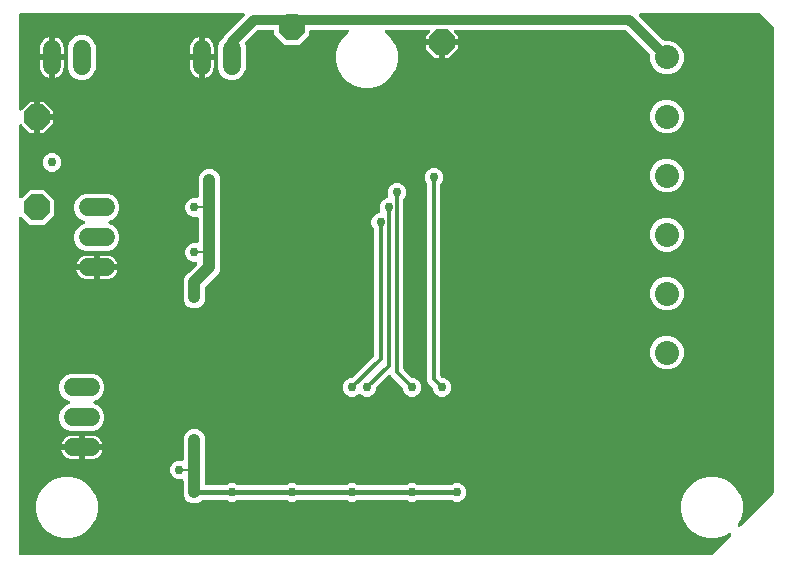
<source format=gbr>
G04 EAGLE Gerber RS-274X export*
G75*
%MOMM*%
%FSLAX34Y34*%
%LPD*%
%INBottom Copper*%
%IPPOS*%
%AMOC8*
5,1,8,0,0,1.08239X$1,22.5*%
G01*
%ADD10P,2.336880X8X22.500000*%
%ADD11C,2.032000*%
%ADD12C,1.508000*%
%ADD13P,2.336880X8X202.500000*%
%ADD14C,0.756400*%
%ADD15C,0.304800*%
%ADD16C,0.406400*%
%ADD17C,1.016000*%
%ADD18C,0.203200*%
%ADD19C,0.812800*%

G36*
X596010Y124475D02*
X596010Y124475D01*
X596136Y124482D01*
X596182Y124495D01*
X596230Y124501D01*
X596349Y124543D01*
X596471Y124578D01*
X596513Y124602D01*
X596558Y124618D01*
X596665Y124687D01*
X596775Y124748D01*
X596821Y124788D01*
X596851Y124807D01*
X596885Y124842D01*
X596961Y124907D01*
X612830Y140776D01*
X612923Y140893D01*
X613020Y141007D01*
X613031Y141029D01*
X613047Y141049D01*
X613111Y141185D01*
X613179Y141317D01*
X613185Y141342D01*
X613196Y141364D01*
X613227Y141510D01*
X613263Y141656D01*
X613264Y141681D01*
X613269Y141705D01*
X613267Y141854D01*
X613269Y142004D01*
X613264Y142028D01*
X613263Y142053D01*
X613227Y142198D01*
X613195Y142345D01*
X613184Y142367D01*
X613178Y142391D01*
X613109Y142525D01*
X613045Y142659D01*
X613030Y142679D01*
X613018Y142701D01*
X612922Y142815D01*
X612828Y142932D01*
X612809Y142948D01*
X612793Y142966D01*
X612672Y143055D01*
X612555Y143148D01*
X612532Y143159D01*
X612512Y143174D01*
X612375Y143233D01*
X612239Y143297D01*
X612215Y143302D01*
X612192Y143312D01*
X612045Y143338D01*
X611899Y143369D01*
X611874Y143369D01*
X611849Y143373D01*
X611700Y143366D01*
X611550Y143363D01*
X611526Y143357D01*
X611501Y143355D01*
X611358Y143314D01*
X611212Y143277D01*
X611185Y143264D01*
X611166Y143259D01*
X611125Y143236D01*
X610991Y143172D01*
X606949Y140839D01*
X600328Y139064D01*
X593472Y139064D01*
X586851Y140839D01*
X580914Y144266D01*
X576066Y149114D01*
X572639Y155051D01*
X570864Y161672D01*
X570864Y168528D01*
X572639Y175149D01*
X576066Y181086D01*
X580914Y185934D01*
X586851Y189361D01*
X593472Y191136D01*
X600328Y191136D01*
X606949Y189361D01*
X612886Y185934D01*
X617734Y181086D01*
X621161Y175149D01*
X622936Y168528D01*
X622936Y161672D01*
X621161Y155051D01*
X618828Y151009D01*
X618768Y150871D01*
X618704Y150736D01*
X618699Y150712D01*
X618689Y150689D01*
X618662Y150541D01*
X618631Y150395D01*
X618631Y150370D01*
X618627Y150346D01*
X618634Y150196D01*
X618637Y150047D01*
X618643Y150023D01*
X618644Y149998D01*
X618685Y149854D01*
X618722Y149709D01*
X618733Y149687D01*
X618740Y149663D01*
X618813Y149532D01*
X618882Y149399D01*
X618898Y149380D01*
X618910Y149358D01*
X619010Y149248D01*
X619107Y149134D01*
X619127Y149119D01*
X619144Y149100D01*
X619267Y149015D01*
X619388Y148926D01*
X619411Y148917D01*
X619431Y148902D01*
X619570Y148848D01*
X619708Y148788D01*
X619732Y148784D01*
X619755Y148775D01*
X619903Y148753D01*
X620051Y148727D01*
X620076Y148728D01*
X620100Y148724D01*
X620249Y148737D01*
X620399Y148745D01*
X620423Y148752D01*
X620447Y148754D01*
X620590Y148800D01*
X620734Y148841D01*
X620755Y148853D01*
X620779Y148861D01*
X620907Y148938D01*
X621038Y149011D01*
X621061Y149031D01*
X621077Y149041D01*
X621111Y149074D01*
X621224Y149170D01*
X648777Y176723D01*
X648843Y176806D01*
X648884Y176848D01*
X648892Y176863D01*
X648940Y176916D01*
X648964Y176958D01*
X648994Y176996D01*
X649048Y177110D01*
X649109Y177221D01*
X649122Y177267D01*
X649143Y177311D01*
X649169Y177434D01*
X649204Y177556D01*
X649209Y177617D01*
X649216Y177652D01*
X649215Y177700D01*
X649223Y177800D01*
X649223Y571500D01*
X649209Y571626D01*
X649202Y571752D01*
X649189Y571798D01*
X649183Y571846D01*
X649141Y571965D01*
X649106Y572087D01*
X649082Y572129D01*
X649066Y572174D01*
X648997Y572281D01*
X648936Y572391D01*
X648896Y572437D01*
X648877Y572467D01*
X648842Y572501D01*
X648777Y572577D01*
X638361Y582993D01*
X638262Y583072D01*
X638168Y583156D01*
X638126Y583180D01*
X638088Y583210D01*
X637974Y583264D01*
X637863Y583325D01*
X637817Y583338D01*
X637773Y583359D01*
X637650Y583385D01*
X637528Y583420D01*
X637467Y583425D01*
X637432Y583432D01*
X637384Y583431D01*
X637284Y583439D01*
X536634Y583439D01*
X536534Y583428D01*
X536434Y583426D01*
X536362Y583408D01*
X536288Y583399D01*
X536193Y583366D01*
X536096Y583341D01*
X536030Y583307D01*
X535960Y583282D01*
X535875Y583227D01*
X535786Y583181D01*
X535729Y583133D01*
X535667Y583093D01*
X535597Y583021D01*
X535521Y582956D01*
X535476Y582896D01*
X535425Y582842D01*
X535373Y582756D01*
X535313Y582675D01*
X535284Y582607D01*
X535246Y582543D01*
X535215Y582447D01*
X535175Y582355D01*
X535162Y582282D01*
X535140Y582211D01*
X535131Y582111D01*
X535114Y582012D01*
X535118Y581938D01*
X535112Y581864D01*
X535126Y581764D01*
X535132Y581664D01*
X535152Y581593D01*
X535163Y581519D01*
X535200Y581426D01*
X535228Y581329D01*
X535265Y581264D01*
X535292Y581195D01*
X535349Y581113D01*
X535398Y581025D01*
X535463Y580949D01*
X535491Y580909D01*
X535517Y580885D01*
X535557Y580839D01*
X555625Y560771D01*
X555724Y560692D01*
X555818Y560608D01*
X555860Y560584D01*
X555898Y560554D01*
X556012Y560500D01*
X556123Y560439D01*
X556169Y560426D01*
X556213Y560405D01*
X556336Y560379D01*
X556458Y560344D01*
X556519Y560339D01*
X556554Y560332D01*
X556602Y560333D01*
X556702Y560325D01*
X561629Y560325D01*
X566858Y558159D01*
X570859Y554158D01*
X573025Y548929D01*
X573025Y543271D01*
X570859Y538042D01*
X566858Y534041D01*
X561629Y531875D01*
X555971Y531875D01*
X550742Y534041D01*
X546741Y538042D01*
X544575Y543271D01*
X544575Y548198D01*
X544561Y548324D01*
X544554Y548450D01*
X544541Y548496D01*
X544535Y548544D01*
X544493Y548663D01*
X544458Y548785D01*
X544434Y548827D01*
X544418Y548872D01*
X544349Y548979D01*
X544288Y549089D01*
X544248Y549135D01*
X544229Y549165D01*
X544194Y549199D01*
X544129Y549275D01*
X524129Y569275D01*
X524030Y569354D01*
X523936Y569438D01*
X523894Y569462D01*
X523856Y569492D01*
X523742Y569546D01*
X523631Y569607D01*
X523585Y569620D01*
X523541Y569641D01*
X523418Y569667D01*
X523296Y569702D01*
X523235Y569707D01*
X523200Y569714D01*
X523152Y569713D01*
X523052Y569721D01*
X379916Y569721D01*
X379816Y569710D01*
X379716Y569708D01*
X379643Y569690D01*
X379570Y569681D01*
X379475Y569648D01*
X379378Y569623D01*
X379311Y569589D01*
X379241Y569564D01*
X379157Y569509D01*
X379068Y569463D01*
X379011Y569415D01*
X378949Y569375D01*
X378879Y569303D01*
X378802Y569238D01*
X378758Y569178D01*
X378706Y569124D01*
X378655Y569038D01*
X378595Y568957D01*
X378566Y568889D01*
X378528Y568825D01*
X378497Y568729D01*
X378457Y568637D01*
X378444Y568564D01*
X378421Y568493D01*
X378413Y568393D01*
X378396Y568294D01*
X378399Y568220D01*
X378393Y568146D01*
X378408Y568046D01*
X378413Y567946D01*
X378434Y567875D01*
X378445Y567801D01*
X378482Y567708D01*
X378510Y567611D01*
X378546Y567546D01*
X378574Y567477D01*
X378631Y567395D01*
X378680Y567307D01*
X378745Y567231D01*
X378773Y567191D01*
X378799Y567167D01*
X378839Y567121D01*
X381636Y564324D01*
X381636Y561339D01*
X369316Y561339D01*
X369290Y561336D01*
X369264Y561338D01*
X369117Y561316D01*
X368970Y561299D01*
X368945Y561291D01*
X368919Y561287D01*
X368782Y561232D01*
X368642Y561182D01*
X368620Y561168D01*
X368595Y561158D01*
X368474Y561073D01*
X368349Y560993D01*
X368331Y560974D01*
X368309Y560959D01*
X368295Y560943D01*
X368210Y561025D01*
X368187Y561039D01*
X368168Y561056D01*
X368038Y561128D01*
X367911Y561204D01*
X367886Y561212D01*
X367863Y561225D01*
X367720Y561265D01*
X367579Y561310D01*
X367553Y561312D01*
X367528Y561320D01*
X367284Y561339D01*
X354964Y561339D01*
X354964Y564324D01*
X357761Y567121D01*
X357824Y567199D01*
X357894Y567272D01*
X357932Y567336D01*
X357978Y567394D01*
X358021Y567485D01*
X358072Y567571D01*
X358095Y567642D01*
X358127Y567709D01*
X358148Y567807D01*
X358179Y567903D01*
X358185Y567977D01*
X358200Y568050D01*
X358199Y568150D01*
X358207Y568250D01*
X358196Y568324D01*
X358194Y568398D01*
X358170Y568495D01*
X358155Y568595D01*
X358127Y568664D01*
X358109Y568736D01*
X358063Y568825D01*
X358026Y568919D01*
X357984Y568980D01*
X357950Y569046D01*
X357885Y569122D01*
X357827Y569205D01*
X357772Y569255D01*
X357724Y569311D01*
X357643Y569371D01*
X357568Y569438D01*
X357503Y569474D01*
X357444Y569519D01*
X357351Y569558D01*
X357263Y569607D01*
X357192Y569627D01*
X357124Y569657D01*
X357025Y569674D01*
X356928Y569702D01*
X356828Y569710D01*
X356781Y569718D01*
X356745Y569716D01*
X356684Y569721D01*
X321643Y569721D01*
X321519Y569707D01*
X321393Y569701D01*
X321346Y569687D01*
X321297Y569681D01*
X321179Y569639D01*
X321058Y569605D01*
X321015Y569581D01*
X320969Y569564D01*
X320863Y569496D01*
X320754Y569435D01*
X320717Y569402D01*
X320676Y569375D01*
X320589Y569285D01*
X320496Y569200D01*
X320468Y569160D01*
X320434Y569124D01*
X320369Y569017D01*
X320298Y568914D01*
X320280Y568868D01*
X320255Y568825D01*
X320217Y568706D01*
X320171Y568589D01*
X320164Y568540D01*
X320149Y568493D01*
X320139Y568368D01*
X320120Y568244D01*
X320125Y568195D01*
X320121Y568146D01*
X320139Y568022D01*
X320150Y567897D01*
X320165Y567850D01*
X320172Y567801D01*
X320219Y567685D01*
X320257Y567566D01*
X320283Y567523D01*
X320301Y567477D01*
X320373Y567375D01*
X320437Y567267D01*
X320472Y567232D01*
X320500Y567191D01*
X320593Y567107D01*
X320680Y567017D01*
X320732Y566982D01*
X320759Y566958D01*
X320767Y566953D01*
X325634Y562086D01*
X329061Y556149D01*
X330836Y549528D01*
X330836Y542672D01*
X329061Y536051D01*
X325634Y530114D01*
X320786Y525266D01*
X314849Y521839D01*
X308228Y520064D01*
X301372Y520064D01*
X294751Y521839D01*
X288814Y525266D01*
X283966Y530114D01*
X280539Y536051D01*
X278764Y542672D01*
X278764Y549528D01*
X280539Y556149D01*
X283966Y562086D01*
X288859Y566979D01*
X288924Y567021D01*
X288958Y567057D01*
X288998Y567086D01*
X289079Y567182D01*
X289166Y567272D01*
X289192Y567314D01*
X289224Y567352D01*
X289281Y567463D01*
X289345Y567571D01*
X289360Y567618D01*
X289383Y567662D01*
X289413Y567784D01*
X289451Y567903D01*
X289455Y567952D01*
X289467Y568000D01*
X289469Y568125D01*
X289479Y568250D01*
X289472Y568299D01*
X289473Y568349D01*
X289446Y568471D01*
X289428Y568595D01*
X289409Y568641D01*
X289399Y568689D01*
X289345Y568802D01*
X289299Y568919D01*
X289271Y568959D01*
X289250Y569004D01*
X289171Y569102D01*
X289100Y569205D01*
X289063Y569238D01*
X289033Y569277D01*
X288934Y569355D01*
X288841Y569438D01*
X288798Y569462D01*
X288759Y569493D01*
X288646Y569546D01*
X288536Y569607D01*
X288489Y569620D01*
X288444Y569641D01*
X288321Y569668D01*
X288201Y569702D01*
X288139Y569707D01*
X288103Y569714D01*
X288055Y569713D01*
X287957Y569721D01*
X257683Y569721D01*
X257657Y569718D01*
X257631Y569720D01*
X257484Y569698D01*
X257337Y569681D01*
X257312Y569673D01*
X257286Y569669D01*
X257148Y569614D01*
X257009Y569564D01*
X256987Y569550D01*
X256962Y569540D01*
X256841Y569455D01*
X256716Y569375D01*
X256698Y569356D01*
X256676Y569341D01*
X256577Y569231D01*
X256474Y569124D01*
X256460Y569102D01*
X256443Y569082D01*
X256371Y568952D01*
X256295Y568825D01*
X256287Y568800D01*
X256274Y568777D01*
X256234Y568634D01*
X256189Y568493D01*
X256187Y568467D01*
X256179Y568442D01*
X256160Y568198D01*
X256160Y565345D01*
X247455Y556640D01*
X235145Y556640D01*
X226440Y565345D01*
X226440Y568198D01*
X226437Y568224D01*
X226439Y568250D01*
X226417Y568397D01*
X226400Y568544D01*
X226392Y568569D01*
X226388Y568595D01*
X226333Y568733D01*
X226283Y568872D01*
X226269Y568894D01*
X226259Y568919D01*
X226174Y569040D01*
X226094Y569165D01*
X226075Y569183D01*
X226060Y569205D01*
X225950Y569304D01*
X225843Y569407D01*
X225821Y569421D01*
X225801Y569438D01*
X225671Y569510D01*
X225544Y569586D01*
X225519Y569594D01*
X225496Y569607D01*
X225353Y569647D01*
X225212Y569692D01*
X225186Y569694D01*
X225161Y569702D01*
X224917Y569721D01*
X213548Y569721D01*
X213422Y569707D01*
X213296Y569700D01*
X213250Y569687D01*
X213202Y569681D01*
X213083Y569639D01*
X212961Y569604D01*
X212919Y569580D01*
X212874Y569564D01*
X212767Y569495D01*
X212657Y569434D01*
X212611Y569394D01*
X212581Y569375D01*
X212547Y569340D01*
X212471Y569275D01*
X201957Y558762D01*
X201910Y558702D01*
X201855Y558648D01*
X201802Y558566D01*
X201741Y558489D01*
X201708Y558419D01*
X201667Y558355D01*
X201634Y558262D01*
X201592Y558173D01*
X201576Y558099D01*
X201550Y558027D01*
X201539Y557929D01*
X201518Y557833D01*
X201520Y557756D01*
X201511Y557680D01*
X201523Y557583D01*
X201524Y557484D01*
X201543Y557410D01*
X201552Y557334D01*
X201598Y557192D01*
X201609Y557146D01*
X201618Y557129D01*
X201627Y557101D01*
X202105Y555948D01*
X202105Y536252D01*
X200338Y531986D01*
X197074Y528722D01*
X192808Y526955D01*
X188192Y526955D01*
X183926Y528722D01*
X180662Y531986D01*
X178895Y536252D01*
X178895Y555948D01*
X180662Y560214D01*
X183222Y562773D01*
X183223Y562775D01*
X183225Y562776D01*
X183334Y562914D01*
X183439Y563046D01*
X183439Y563048D01*
X183441Y563050D01*
X183552Y563268D01*
X183609Y563405D01*
X201043Y580839D01*
X201106Y580917D01*
X201175Y580990D01*
X201214Y581054D01*
X201260Y581112D01*
X201303Y581203D01*
X201354Y581289D01*
X201377Y581360D01*
X201409Y581427D01*
X201430Y581525D01*
X201460Y581621D01*
X201466Y581695D01*
X201482Y581768D01*
X201480Y581868D01*
X201488Y581968D01*
X201477Y582042D01*
X201476Y582116D01*
X201452Y582213D01*
X201437Y582313D01*
X201409Y582382D01*
X201391Y582454D01*
X201345Y582544D01*
X201308Y582637D01*
X201266Y582698D01*
X201231Y582764D01*
X201166Y582841D01*
X201109Y582923D01*
X201054Y582973D01*
X201006Y583029D01*
X200925Y583089D01*
X200850Y583156D01*
X200785Y583192D01*
X200725Y583237D01*
X200633Y583276D01*
X200545Y583325D01*
X200474Y583345D01*
X200405Y583375D01*
X200307Y583392D01*
X200210Y583420D01*
X200110Y583428D01*
X200062Y583436D01*
X200027Y583434D01*
X199966Y583439D01*
X11684Y583439D01*
X11658Y583436D01*
X11632Y583438D01*
X11485Y583416D01*
X11338Y583399D01*
X11313Y583391D01*
X11287Y583387D01*
X11149Y583332D01*
X11010Y583282D01*
X10988Y583268D01*
X10963Y583258D01*
X10842Y583173D01*
X10717Y583093D01*
X10699Y583074D01*
X10677Y583059D01*
X10578Y582949D01*
X10475Y582842D01*
X10461Y582820D01*
X10444Y582800D01*
X10372Y582670D01*
X10296Y582543D01*
X10288Y582518D01*
X10275Y582495D01*
X10235Y582352D01*
X10190Y582211D01*
X10188Y582185D01*
X10180Y582160D01*
X10161Y581916D01*
X10161Y502598D01*
X10172Y502498D01*
X10174Y502398D01*
X10192Y502325D01*
X10201Y502252D01*
X10234Y502157D01*
X10259Y502060D01*
X10293Y501993D01*
X10318Y501923D01*
X10373Y501839D01*
X10419Y501750D01*
X10467Y501693D01*
X10507Y501631D01*
X10579Y501561D01*
X10644Y501484D01*
X10704Y501440D01*
X10758Y501388D01*
X10844Y501337D01*
X10925Y501277D01*
X10993Y501248D01*
X11057Y501210D01*
X11153Y501179D01*
X11245Y501139D01*
X11318Y501126D01*
X11389Y501103D01*
X11489Y501095D01*
X11588Y501078D01*
X11662Y501081D01*
X11736Y501075D01*
X11836Y501090D01*
X11936Y501095D01*
X12007Y501116D01*
X12081Y501127D01*
X12174Y501164D01*
X12271Y501192D01*
X12336Y501228D01*
X12405Y501256D01*
X12487Y501313D01*
X12575Y501362D01*
X12651Y501427D01*
X12691Y501455D01*
X12715Y501481D01*
X12761Y501521D01*
X19876Y508636D01*
X22861Y508636D01*
X22861Y496316D01*
X22864Y496290D01*
X22862Y496264D01*
X22884Y496117D01*
X22901Y495970D01*
X22909Y495945D01*
X22913Y495919D01*
X22968Y495782D01*
X23018Y495642D01*
X23032Y495620D01*
X23042Y495595D01*
X23127Y495474D01*
X23207Y495349D01*
X23226Y495331D01*
X23241Y495309D01*
X23257Y495295D01*
X23175Y495210D01*
X23161Y495187D01*
X23144Y495168D01*
X23072Y495038D01*
X22996Y494911D01*
X22988Y494886D01*
X22975Y494863D01*
X22935Y494720D01*
X22890Y494579D01*
X22887Y494553D01*
X22880Y494528D01*
X22861Y494284D01*
X22861Y481964D01*
X19876Y481964D01*
X12761Y489079D01*
X12683Y489142D01*
X12610Y489212D01*
X12546Y489250D01*
X12488Y489296D01*
X12397Y489339D01*
X12311Y489390D01*
X12240Y489413D01*
X12173Y489445D01*
X12075Y489466D01*
X11979Y489497D01*
X11905Y489503D01*
X11832Y489518D01*
X11732Y489517D01*
X11632Y489525D01*
X11558Y489514D01*
X11484Y489512D01*
X11387Y489488D01*
X11287Y489473D01*
X11218Y489445D01*
X11146Y489427D01*
X11056Y489381D01*
X10963Y489344D01*
X10902Y489302D01*
X10836Y489268D01*
X10759Y489202D01*
X10677Y489145D01*
X10627Y489090D01*
X10571Y489042D01*
X10511Y488961D01*
X10444Y488886D01*
X10408Y488821D01*
X10363Y488762D01*
X10324Y488669D01*
X10275Y488581D01*
X10255Y488510D01*
X10225Y488442D01*
X10208Y488343D01*
X10180Y488246D01*
X10172Y488146D01*
X10164Y488099D01*
X10166Y488063D01*
X10161Y488002D01*
X10161Y428553D01*
X10172Y428453D01*
X10174Y428353D01*
X10192Y428281D01*
X10201Y428207D01*
X10234Y428112D01*
X10259Y428015D01*
X10293Y427949D01*
X10318Y427879D01*
X10373Y427794D01*
X10419Y427705D01*
X10467Y427648D01*
X10507Y427586D01*
X10579Y427516D01*
X10644Y427440D01*
X10704Y427395D01*
X10758Y427344D01*
X10844Y427292D01*
X10925Y427232D01*
X10993Y427203D01*
X11057Y427165D01*
X11153Y427134D01*
X11245Y427094D01*
X11318Y427081D01*
X11389Y427059D01*
X11489Y427051D01*
X11588Y427033D01*
X11662Y427037D01*
X11736Y427031D01*
X11836Y427046D01*
X11936Y427051D01*
X12007Y427071D01*
X12081Y427082D01*
X12174Y427119D01*
X12271Y427147D01*
X12336Y427184D01*
X12405Y427211D01*
X12487Y427268D01*
X12575Y427317D01*
X12651Y427383D01*
X12691Y427410D01*
X12715Y427436D01*
X12761Y427476D01*
X19245Y433960D01*
X31555Y433960D01*
X40260Y425255D01*
X40260Y412945D01*
X31555Y404240D01*
X19245Y404240D01*
X12761Y410724D01*
X12683Y410786D01*
X12610Y410856D01*
X12546Y410895D01*
X12488Y410941D01*
X12397Y410984D01*
X12311Y411035D01*
X12240Y411058D01*
X12173Y411090D01*
X12075Y411111D01*
X11979Y411141D01*
X11905Y411147D01*
X11832Y411163D01*
X11732Y411161D01*
X11632Y411169D01*
X11558Y411158D01*
X11484Y411157D01*
X11387Y411133D01*
X11287Y411118D01*
X11218Y411090D01*
X11146Y411072D01*
X11056Y411026D01*
X10963Y410989D01*
X10902Y410947D01*
X10836Y410912D01*
X10759Y410847D01*
X10677Y410790D01*
X10627Y410735D01*
X10571Y410687D01*
X10511Y410606D01*
X10444Y410531D01*
X10408Y410466D01*
X10363Y410406D01*
X10324Y410314D01*
X10275Y410226D01*
X10255Y410155D01*
X10225Y410086D01*
X10208Y409988D01*
X10180Y409891D01*
X10172Y409791D01*
X10164Y409743D01*
X10166Y409708D01*
X10161Y409647D01*
X10161Y125984D01*
X10164Y125958D01*
X10162Y125932D01*
X10184Y125785D01*
X10201Y125638D01*
X10209Y125613D01*
X10213Y125587D01*
X10268Y125449D01*
X10318Y125310D01*
X10332Y125288D01*
X10342Y125263D01*
X10427Y125142D01*
X10507Y125017D01*
X10526Y124999D01*
X10541Y124977D01*
X10651Y124878D01*
X10758Y124775D01*
X10780Y124761D01*
X10800Y124744D01*
X10930Y124672D01*
X11057Y124596D01*
X11082Y124588D01*
X11105Y124575D01*
X11248Y124535D01*
X11389Y124490D01*
X11415Y124488D01*
X11440Y124480D01*
X11684Y124461D01*
X595884Y124461D01*
X596010Y124475D01*
G37*
%LPC*%
G36*
X290539Y258853D02*
X290539Y258853D01*
X287655Y260048D01*
X285448Y262255D01*
X284253Y265139D01*
X284253Y268261D01*
X285448Y271145D01*
X287655Y273352D01*
X290539Y274547D01*
X291412Y274547D01*
X291538Y274561D01*
X291664Y274568D01*
X291710Y274581D01*
X291758Y274587D01*
X291877Y274629D01*
X291999Y274664D01*
X292041Y274688D01*
X292086Y274704D01*
X292193Y274773D01*
X292303Y274834D01*
X292349Y274874D01*
X292379Y274893D01*
X292413Y274928D01*
X292489Y274993D01*
X310505Y293009D01*
X310584Y293108D01*
X310668Y293202D01*
X310692Y293244D01*
X310722Y293282D01*
X310776Y293396D01*
X310837Y293507D01*
X310850Y293553D01*
X310871Y293597D01*
X310897Y293720D01*
X310932Y293842D01*
X310937Y293903D01*
X310944Y293938D01*
X310943Y293986D01*
X310951Y294086D01*
X310951Y400261D01*
X310937Y400386D01*
X310930Y400513D01*
X310917Y400559D01*
X310911Y400607D01*
X310869Y400726D01*
X310834Y400847D01*
X310810Y400890D01*
X310794Y400935D01*
X310725Y401041D01*
X310664Y401152D01*
X310624Y401198D01*
X310605Y401228D01*
X310570Y401261D01*
X310505Y401338D01*
X309888Y401955D01*
X308693Y404839D01*
X308693Y407961D01*
X309888Y410845D01*
X312095Y413052D01*
X315200Y414338D01*
X315223Y414351D01*
X315248Y414359D01*
X315375Y414435D01*
X315505Y414508D01*
X315524Y414525D01*
X315547Y414539D01*
X315653Y414642D01*
X315763Y414742D01*
X315778Y414763D01*
X315797Y414782D01*
X315877Y414906D01*
X315961Y415028D01*
X315971Y415053D01*
X315985Y415075D01*
X316035Y415215D01*
X316089Y415353D01*
X316093Y415379D01*
X316102Y415403D01*
X316118Y415551D01*
X316140Y415697D01*
X316138Y415724D01*
X316141Y415750D01*
X316123Y415897D01*
X316111Y416045D01*
X316103Y416070D01*
X316100Y416096D01*
X316025Y416329D01*
X315523Y417539D01*
X315523Y420661D01*
X316718Y423545D01*
X318925Y425752D01*
X322030Y427038D01*
X322053Y427051D01*
X322078Y427059D01*
X322205Y427135D01*
X322335Y427208D01*
X322354Y427225D01*
X322377Y427239D01*
X322483Y427342D01*
X322593Y427442D01*
X322608Y427463D01*
X322627Y427482D01*
X322707Y427606D01*
X322791Y427728D01*
X322801Y427753D01*
X322815Y427775D01*
X322865Y427915D01*
X322919Y428053D01*
X322923Y428079D01*
X322932Y428103D01*
X322948Y428251D01*
X322970Y428397D01*
X322968Y428424D01*
X322971Y428450D01*
X322953Y428597D01*
X322941Y428745D01*
X322933Y428770D01*
X322930Y428796D01*
X322855Y429029D01*
X322353Y430239D01*
X322353Y433361D01*
X323548Y436245D01*
X325755Y438452D01*
X328639Y439647D01*
X331761Y439647D01*
X334645Y438452D01*
X336852Y436245D01*
X338047Y433361D01*
X338047Y430239D01*
X336852Y427355D01*
X336235Y426738D01*
X336156Y426639D01*
X336072Y426545D01*
X336048Y426503D01*
X336018Y426465D01*
X335964Y426351D01*
X335903Y426240D01*
X335890Y426193D01*
X335869Y426150D01*
X335843Y426026D01*
X335808Y425905D01*
X335803Y425844D01*
X335796Y425809D01*
X335797Y425761D01*
X335789Y425661D01*
X335789Y282346D01*
X335803Y282220D01*
X335810Y282094D01*
X335823Y282048D01*
X335829Y282000D01*
X335871Y281881D01*
X335906Y281759D01*
X335930Y281717D01*
X335946Y281672D01*
X336015Y281565D01*
X336076Y281455D01*
X336116Y281409D01*
X336135Y281379D01*
X336170Y281345D01*
X336235Y281269D01*
X342511Y274993D01*
X342610Y274914D01*
X342704Y274830D01*
X342746Y274806D01*
X342784Y274776D01*
X342898Y274722D01*
X343009Y274661D01*
X343055Y274648D01*
X343099Y274627D01*
X343222Y274601D01*
X343344Y274566D01*
X343405Y274561D01*
X343440Y274554D01*
X343488Y274555D01*
X343588Y274547D01*
X344461Y274547D01*
X347345Y273352D01*
X349552Y271145D01*
X350747Y268261D01*
X350747Y265139D01*
X349552Y262255D01*
X347345Y260048D01*
X344461Y258853D01*
X341339Y258853D01*
X338455Y260048D01*
X336248Y262255D01*
X335053Y265139D01*
X335053Y266012D01*
X335039Y266138D01*
X335032Y266264D01*
X335019Y266310D01*
X335013Y266358D01*
X334971Y266477D01*
X334936Y266599D01*
X334912Y266641D01*
X334896Y266686D01*
X334827Y266793D01*
X334766Y266903D01*
X334726Y266949D01*
X334707Y266979D01*
X334672Y267013D01*
X334607Y267089D01*
X325462Y276234D01*
X325390Y276408D01*
X325317Y276539D01*
X325248Y276673D01*
X325233Y276691D01*
X325221Y276712D01*
X325120Y276824D01*
X325022Y276938D01*
X325003Y276953D01*
X324987Y276971D01*
X324863Y277056D01*
X324742Y277146D01*
X324720Y277155D01*
X324700Y277169D01*
X324560Y277224D01*
X324422Y277284D01*
X324398Y277288D01*
X324376Y277297D01*
X324227Y277319D01*
X324079Y277345D01*
X324055Y277344D01*
X324031Y277348D01*
X323881Y277335D01*
X323731Y277327D01*
X323708Y277321D01*
X323684Y277319D01*
X323541Y277272D01*
X323396Y277231D01*
X323375Y277219D01*
X323352Y277212D01*
X323223Y277134D01*
X323092Y277061D01*
X323070Y277042D01*
X323053Y277032D01*
X323020Y276999D01*
X322906Y276902D01*
X313093Y267089D01*
X313014Y266990D01*
X312930Y266896D01*
X312906Y266854D01*
X312876Y266816D01*
X312822Y266702D01*
X312761Y266591D01*
X312748Y266545D01*
X312727Y266501D01*
X312701Y266378D01*
X312666Y266256D01*
X312661Y266195D01*
X312654Y266160D01*
X312655Y266112D01*
X312647Y266012D01*
X312647Y265139D01*
X311452Y262255D01*
X309245Y260048D01*
X306361Y258853D01*
X303239Y258853D01*
X300355Y260048D01*
X299527Y260876D01*
X299507Y260892D01*
X299490Y260912D01*
X299371Y261000D01*
X299254Y261093D01*
X299230Y261104D01*
X299209Y261119D01*
X299073Y261178D01*
X298939Y261241D01*
X298913Y261247D01*
X298889Y261257D01*
X298743Y261284D01*
X298598Y261315D01*
X298572Y261314D01*
X298546Y261319D01*
X298398Y261311D01*
X298250Y261309D01*
X298224Y261302D01*
X298198Y261301D01*
X298056Y261260D01*
X297912Y261224D01*
X297889Y261212D01*
X297863Y261205D01*
X297734Y261132D01*
X297602Y261064D01*
X297582Y261047D01*
X297559Y261034D01*
X297373Y260876D01*
X296545Y260048D01*
X293661Y258853D01*
X290539Y258853D01*
G37*
%LPD*%
%LPC*%
G36*
X156931Y168655D02*
X156931Y168655D01*
X153570Y170048D01*
X150998Y172620D01*
X149605Y175981D01*
X149605Y187550D01*
X149588Y187699D01*
X149576Y187849D01*
X149568Y187872D01*
X149565Y187896D01*
X149515Y188037D01*
X149468Y188181D01*
X149456Y188201D01*
X149448Y188224D01*
X149366Y188350D01*
X149289Y188479D01*
X149272Y188497D01*
X149259Y188517D01*
X149150Y188622D01*
X149046Y188729D01*
X149026Y188742D01*
X149008Y188759D01*
X148879Y188836D01*
X148753Y188917D01*
X148730Y188925D01*
X148709Y188938D01*
X148566Y188984D01*
X148424Y189034D01*
X148400Y189037D01*
X148377Y189044D01*
X148228Y189056D01*
X148078Y189073D01*
X148054Y189070D01*
X148030Y189072D01*
X147881Y189050D01*
X147732Y189032D01*
X147704Y189023D01*
X147685Y189020D01*
X147642Y189003D01*
X144489Y189003D01*
X141605Y190198D01*
X139398Y192405D01*
X138203Y195289D01*
X138203Y198411D01*
X139398Y201295D01*
X141605Y203502D01*
X144489Y204697D01*
X147659Y204697D01*
X147787Y204656D01*
X147811Y204654D01*
X147834Y204647D01*
X147985Y204640D01*
X148134Y204628D01*
X148158Y204632D01*
X148182Y204630D01*
X148330Y204657D01*
X148479Y204680D01*
X148501Y204689D01*
X148525Y204693D01*
X148663Y204753D01*
X148803Y204808D01*
X148822Y204822D01*
X148845Y204832D01*
X148966Y204922D01*
X149089Y205007D01*
X149105Y205025D01*
X149124Y205040D01*
X149222Y205155D01*
X149322Y205266D01*
X149334Y205287D01*
X149350Y205306D01*
X149418Y205439D01*
X149491Y205571D01*
X149497Y205594D01*
X149508Y205616D01*
X149545Y205762D01*
X149586Y205907D01*
X149588Y205935D01*
X149593Y205954D01*
X149593Y206001D01*
X149605Y206150D01*
X149605Y224069D01*
X150998Y227430D01*
X153570Y230002D01*
X156931Y231395D01*
X160569Y231395D01*
X163930Y230002D01*
X166502Y227430D01*
X167895Y224069D01*
X167895Y185420D01*
X167898Y185394D01*
X167896Y185368D01*
X167918Y185221D01*
X167935Y185074D01*
X167943Y185049D01*
X167947Y185023D01*
X168002Y184885D01*
X168052Y184746D01*
X168066Y184724D01*
X168076Y184699D01*
X168161Y184578D01*
X168241Y184453D01*
X168260Y184435D01*
X168275Y184413D01*
X168385Y184314D01*
X168492Y184211D01*
X168514Y184197D01*
X168534Y184180D01*
X168664Y184108D01*
X168791Y184032D01*
X168816Y184024D01*
X168839Y184011D01*
X168982Y183971D01*
X169123Y183926D01*
X169149Y183924D01*
X169174Y183916D01*
X169418Y183897D01*
X184869Y183897D01*
X184994Y183911D01*
X185121Y183918D01*
X185167Y183931D01*
X185215Y183937D01*
X185334Y183979D01*
X185456Y184014D01*
X185498Y184038D01*
X185543Y184054D01*
X185649Y184123D01*
X185760Y184184D01*
X185806Y184224D01*
X185836Y184243D01*
X185869Y184278D01*
X185946Y184343D01*
X186055Y184452D01*
X188939Y185647D01*
X192061Y185647D01*
X194945Y184452D01*
X195054Y184343D01*
X195153Y184264D01*
X195247Y184180D01*
X195289Y184156D01*
X195327Y184126D01*
X195441Y184072D01*
X195552Y184011D01*
X195599Y183998D01*
X195642Y183977D01*
X195766Y183951D01*
X195887Y183916D01*
X195948Y183911D01*
X195983Y183904D01*
X196031Y183905D01*
X196131Y183897D01*
X235669Y183897D01*
X235794Y183911D01*
X235921Y183918D01*
X235967Y183931D01*
X236015Y183937D01*
X236134Y183979D01*
X236255Y184014D01*
X236298Y184038D01*
X236343Y184054D01*
X236449Y184123D01*
X236560Y184184D01*
X236606Y184224D01*
X236636Y184243D01*
X236669Y184278D01*
X236746Y184343D01*
X236855Y184452D01*
X239739Y185647D01*
X242861Y185647D01*
X245745Y184452D01*
X245854Y184343D01*
X245953Y184264D01*
X246047Y184180D01*
X246089Y184156D01*
X246127Y184126D01*
X246241Y184072D01*
X246352Y184011D01*
X246399Y183998D01*
X246442Y183977D01*
X246566Y183951D01*
X246687Y183916D01*
X246748Y183911D01*
X246783Y183904D01*
X246831Y183905D01*
X246931Y183897D01*
X286469Y183897D01*
X286594Y183911D01*
X286721Y183918D01*
X286767Y183931D01*
X286815Y183937D01*
X286934Y183979D01*
X287055Y184014D01*
X287098Y184038D01*
X287143Y184054D01*
X287249Y184123D01*
X287360Y184184D01*
X287406Y184224D01*
X287436Y184243D01*
X287469Y184278D01*
X287546Y184343D01*
X287655Y184452D01*
X290539Y185647D01*
X293661Y185647D01*
X296545Y184452D01*
X296654Y184343D01*
X296753Y184264D01*
X296847Y184180D01*
X296889Y184156D01*
X296927Y184126D01*
X297041Y184072D01*
X297152Y184011D01*
X297199Y183998D01*
X297242Y183977D01*
X297366Y183951D01*
X297487Y183916D01*
X297548Y183911D01*
X297583Y183904D01*
X297631Y183905D01*
X297731Y183897D01*
X337269Y183897D01*
X337394Y183911D01*
X337521Y183918D01*
X337567Y183931D01*
X337615Y183937D01*
X337734Y183979D01*
X337855Y184014D01*
X337898Y184038D01*
X337943Y184054D01*
X338049Y184123D01*
X338160Y184184D01*
X338206Y184224D01*
X338236Y184243D01*
X338269Y184278D01*
X338346Y184343D01*
X338455Y184452D01*
X341339Y185647D01*
X344461Y185647D01*
X347345Y184452D01*
X347454Y184343D01*
X347553Y184264D01*
X347647Y184180D01*
X347689Y184156D01*
X347727Y184126D01*
X347841Y184072D01*
X347952Y184011D01*
X347999Y183998D01*
X348042Y183977D01*
X348166Y183951D01*
X348287Y183916D01*
X348348Y183911D01*
X348383Y183904D01*
X348431Y183905D01*
X348531Y183897D01*
X375369Y183897D01*
X375494Y183911D01*
X375621Y183918D01*
X375667Y183931D01*
X375715Y183937D01*
X375834Y183979D01*
X375955Y184014D01*
X375998Y184038D01*
X376043Y184054D01*
X376149Y184123D01*
X376260Y184184D01*
X376306Y184224D01*
X376336Y184243D01*
X376369Y184278D01*
X376446Y184343D01*
X376555Y184452D01*
X379439Y185647D01*
X382561Y185647D01*
X385445Y184452D01*
X387652Y182245D01*
X388847Y179361D01*
X388847Y176239D01*
X387652Y173355D01*
X385445Y171148D01*
X382561Y169953D01*
X379439Y169953D01*
X376555Y171148D01*
X376446Y171257D01*
X376347Y171336D01*
X376253Y171420D01*
X376211Y171444D01*
X376173Y171474D01*
X376059Y171528D01*
X375948Y171589D01*
X375901Y171602D01*
X375858Y171623D01*
X375734Y171649D01*
X375613Y171684D01*
X375552Y171689D01*
X375517Y171696D01*
X375469Y171695D01*
X375369Y171703D01*
X348531Y171703D01*
X348406Y171689D01*
X348279Y171682D01*
X348233Y171669D01*
X348185Y171663D01*
X348066Y171621D01*
X347945Y171586D01*
X347902Y171562D01*
X347857Y171546D01*
X347751Y171477D01*
X347640Y171416D01*
X347594Y171376D01*
X347564Y171357D01*
X347544Y171336D01*
X347542Y171335D01*
X347526Y171319D01*
X347454Y171257D01*
X347345Y171148D01*
X344461Y169953D01*
X341339Y169953D01*
X338455Y171148D01*
X338346Y171257D01*
X338247Y171336D01*
X338153Y171420D01*
X338111Y171444D01*
X338073Y171474D01*
X337959Y171528D01*
X337848Y171589D01*
X337801Y171602D01*
X337758Y171623D01*
X337634Y171649D01*
X337513Y171684D01*
X337452Y171689D01*
X337417Y171696D01*
X337369Y171695D01*
X337269Y171703D01*
X297731Y171703D01*
X297606Y171689D01*
X297479Y171682D01*
X297433Y171669D01*
X297385Y171663D01*
X297266Y171621D01*
X297145Y171586D01*
X297102Y171562D01*
X297057Y171546D01*
X296951Y171477D01*
X296840Y171416D01*
X296794Y171376D01*
X296764Y171357D01*
X296744Y171336D01*
X296742Y171335D01*
X296726Y171319D01*
X296654Y171257D01*
X296545Y171148D01*
X293661Y169953D01*
X290539Y169953D01*
X287655Y171148D01*
X287546Y171257D01*
X287447Y171336D01*
X287353Y171420D01*
X287311Y171444D01*
X287273Y171474D01*
X287159Y171528D01*
X287048Y171589D01*
X287001Y171602D01*
X286958Y171623D01*
X286834Y171649D01*
X286713Y171684D01*
X286652Y171689D01*
X286617Y171696D01*
X286569Y171695D01*
X286469Y171703D01*
X246931Y171703D01*
X246806Y171689D01*
X246679Y171682D01*
X246633Y171669D01*
X246585Y171663D01*
X246466Y171621D01*
X246345Y171586D01*
X246302Y171562D01*
X246257Y171546D01*
X246151Y171477D01*
X246040Y171416D01*
X245994Y171376D01*
X245964Y171357D01*
X245944Y171336D01*
X245942Y171335D01*
X245926Y171319D01*
X245854Y171257D01*
X245745Y171148D01*
X242861Y169953D01*
X239739Y169953D01*
X236855Y171148D01*
X236746Y171257D01*
X236647Y171336D01*
X236553Y171420D01*
X236511Y171444D01*
X236473Y171474D01*
X236359Y171528D01*
X236248Y171589D01*
X236201Y171602D01*
X236158Y171623D01*
X236034Y171649D01*
X235913Y171684D01*
X235852Y171689D01*
X235817Y171696D01*
X235769Y171695D01*
X235669Y171703D01*
X196131Y171703D01*
X196006Y171689D01*
X195879Y171682D01*
X195833Y171669D01*
X195785Y171663D01*
X195666Y171621D01*
X195545Y171586D01*
X195502Y171562D01*
X195457Y171546D01*
X195351Y171477D01*
X195240Y171416D01*
X195194Y171376D01*
X195164Y171357D01*
X195144Y171336D01*
X195142Y171335D01*
X195126Y171319D01*
X195054Y171257D01*
X194945Y171148D01*
X192061Y169953D01*
X188939Y169953D01*
X186055Y171148D01*
X185946Y171257D01*
X185847Y171336D01*
X185753Y171420D01*
X185711Y171444D01*
X185673Y171474D01*
X185559Y171528D01*
X185448Y171589D01*
X185402Y171602D01*
X185358Y171623D01*
X185235Y171649D01*
X185113Y171684D01*
X185052Y171689D01*
X185017Y171696D01*
X184969Y171695D01*
X184869Y171703D01*
X166217Y171703D01*
X166091Y171689D01*
X165965Y171682D01*
X165919Y171669D01*
X165871Y171663D01*
X165752Y171621D01*
X165630Y171586D01*
X165588Y171562D01*
X165543Y171546D01*
X165436Y171477D01*
X165326Y171416D01*
X165280Y171376D01*
X165250Y171357D01*
X165230Y171336D01*
X165228Y171335D01*
X165212Y171319D01*
X165140Y171257D01*
X163930Y170048D01*
X160569Y168655D01*
X156931Y168655D01*
G37*
%LPD*%
%LPC*%
G36*
X156931Y333755D02*
X156931Y333755D01*
X153570Y335148D01*
X150998Y337720D01*
X149605Y341081D01*
X149605Y357419D01*
X150998Y360780D01*
X153784Y363567D01*
X160770Y370553D01*
X160833Y370631D01*
X160903Y370704D01*
X160941Y370768D01*
X160987Y370826D01*
X161030Y370917D01*
X161081Y371003D01*
X161104Y371074D01*
X161136Y371141D01*
X161157Y371239D01*
X161188Y371335D01*
X161194Y371409D01*
X161209Y371482D01*
X161208Y371582D01*
X161216Y371682D01*
X161205Y371756D01*
X161203Y371830D01*
X161179Y371927D01*
X161164Y372027D01*
X161136Y372096D01*
X161118Y372168D01*
X161072Y372258D01*
X161035Y372351D01*
X160993Y372412D01*
X160959Y372478D01*
X160893Y372555D01*
X160836Y372637D01*
X160781Y372687D01*
X160733Y372743D01*
X160652Y372803D01*
X160577Y372870D01*
X160512Y372906D01*
X160453Y372951D01*
X160360Y372990D01*
X160272Y373039D01*
X160201Y373059D01*
X160133Y373089D01*
X160034Y373106D01*
X159937Y373134D01*
X159837Y373142D01*
X159789Y373150D01*
X159754Y373148D01*
X159693Y373153D01*
X157189Y373153D01*
X154305Y374348D01*
X152098Y376555D01*
X150903Y379439D01*
X150903Y382561D01*
X152098Y385445D01*
X154305Y387652D01*
X157189Y388847D01*
X160359Y388847D01*
X160487Y388806D01*
X160511Y388804D01*
X160534Y388797D01*
X160685Y388790D01*
X160834Y388778D01*
X160858Y388782D01*
X160882Y388780D01*
X161030Y388807D01*
X161179Y388830D01*
X161201Y388839D01*
X161225Y388843D01*
X161363Y388903D01*
X161503Y388958D01*
X161522Y388972D01*
X161545Y388982D01*
X161666Y389072D01*
X161789Y389157D01*
X161805Y389175D01*
X161824Y389190D01*
X161922Y389305D01*
X162022Y389416D01*
X162034Y389437D01*
X162050Y389456D01*
X162118Y389589D01*
X162191Y389721D01*
X162197Y389744D01*
X162208Y389766D01*
X162245Y389912D01*
X162286Y390057D01*
X162288Y390085D01*
X162293Y390104D01*
X162293Y390151D01*
X162305Y390300D01*
X162305Y409800D01*
X162288Y409949D01*
X162276Y410099D01*
X162268Y410122D01*
X162265Y410146D01*
X162215Y410287D01*
X162168Y410431D01*
X162156Y410451D01*
X162148Y410474D01*
X162066Y410600D01*
X161989Y410729D01*
X161972Y410747D01*
X161959Y410767D01*
X161850Y410872D01*
X161746Y410979D01*
X161726Y410992D01*
X161708Y411009D01*
X161579Y411086D01*
X161453Y411167D01*
X161430Y411175D01*
X161409Y411188D01*
X161266Y411234D01*
X161124Y411284D01*
X161100Y411287D01*
X161077Y411294D01*
X160928Y411306D01*
X160778Y411323D01*
X160754Y411320D01*
X160730Y411322D01*
X160581Y411300D01*
X160432Y411282D01*
X160404Y411273D01*
X160385Y411270D01*
X160342Y411253D01*
X157189Y411253D01*
X154305Y412448D01*
X152098Y414655D01*
X150903Y417539D01*
X150903Y420661D01*
X152098Y423545D01*
X154305Y425752D01*
X157189Y426947D01*
X160359Y426947D01*
X160487Y426906D01*
X160511Y426904D01*
X160534Y426897D01*
X160685Y426890D01*
X160834Y426878D01*
X160858Y426882D01*
X160882Y426880D01*
X161030Y426907D01*
X161179Y426930D01*
X161201Y426939D01*
X161225Y426943D01*
X161363Y427003D01*
X161503Y427058D01*
X161522Y427072D01*
X161545Y427082D01*
X161666Y427172D01*
X161789Y427257D01*
X161805Y427275D01*
X161824Y427290D01*
X161922Y427405D01*
X162022Y427516D01*
X162034Y427537D01*
X162050Y427556D01*
X162118Y427689D01*
X162191Y427821D01*
X162197Y427844D01*
X162208Y427866D01*
X162245Y428012D01*
X162286Y428157D01*
X162288Y428185D01*
X162293Y428204D01*
X162293Y428251D01*
X162305Y428400D01*
X162305Y444319D01*
X163698Y447680D01*
X166270Y450252D01*
X169631Y451645D01*
X173269Y451645D01*
X176630Y450252D01*
X179202Y447680D01*
X180595Y444319D01*
X180595Y366481D01*
X179202Y363120D01*
X168341Y352258D01*
X168262Y352159D01*
X168178Y352065D01*
X168154Y352023D01*
X168124Y351985D01*
X168070Y351871D01*
X168009Y351760D01*
X167996Y351714D01*
X167975Y351670D01*
X167949Y351547D01*
X167914Y351425D01*
X167909Y351364D01*
X167902Y351329D01*
X167903Y351281D01*
X167895Y351181D01*
X167895Y341081D01*
X166502Y337720D01*
X163930Y335148D01*
X160569Y333755D01*
X156931Y333755D01*
G37*
%LPD*%
%LPC*%
G36*
X366739Y258853D02*
X366739Y258853D01*
X363855Y260048D01*
X361648Y262255D01*
X360453Y265139D01*
X360453Y266012D01*
X360439Y266138D01*
X360432Y266264D01*
X360419Y266310D01*
X360413Y266358D01*
X360371Y266477D01*
X360336Y266599D01*
X360312Y266641D01*
X360296Y266686D01*
X360227Y266793D01*
X360166Y266903D01*
X360126Y266949D01*
X360107Y266979D01*
X360072Y267013D01*
X360007Y267089D01*
X356732Y270364D01*
X355881Y272418D01*
X355881Y438361D01*
X355867Y438486D01*
X355860Y438613D01*
X355847Y438659D01*
X355841Y438707D01*
X355799Y438826D01*
X355764Y438947D01*
X355740Y438990D01*
X355724Y439035D01*
X355655Y439141D01*
X355594Y439252D01*
X355554Y439298D01*
X355535Y439328D01*
X355500Y439361D01*
X355435Y439438D01*
X354818Y440055D01*
X353623Y442939D01*
X353623Y446061D01*
X354818Y448945D01*
X357025Y451152D01*
X359909Y452347D01*
X363031Y452347D01*
X365915Y451152D01*
X368122Y448945D01*
X369317Y446061D01*
X369317Y442939D01*
X368122Y440055D01*
X367505Y439438D01*
X367426Y439339D01*
X367342Y439245D01*
X367318Y439203D01*
X367288Y439165D01*
X367234Y439051D01*
X367173Y438940D01*
X367160Y438893D01*
X367139Y438850D01*
X367113Y438726D01*
X367078Y438605D01*
X367073Y438544D01*
X367066Y438509D01*
X367067Y438461D01*
X367059Y438361D01*
X367059Y276476D01*
X367073Y276350D01*
X367080Y276224D01*
X367093Y276178D01*
X367099Y276130D01*
X367141Y276011D01*
X367176Y275889D01*
X367200Y275847D01*
X367216Y275802D01*
X367285Y275695D01*
X367346Y275585D01*
X367386Y275539D01*
X367405Y275509D01*
X367440Y275475D01*
X367505Y275399D01*
X367911Y274993D01*
X368010Y274914D01*
X368104Y274830D01*
X368146Y274806D01*
X368184Y274776D01*
X368298Y274722D01*
X368409Y274661D01*
X368455Y274648D01*
X368499Y274627D01*
X368622Y274601D01*
X368744Y274566D01*
X368805Y274561D01*
X368840Y274554D01*
X368888Y274555D01*
X368988Y274547D01*
X369861Y274547D01*
X372745Y273352D01*
X374952Y271145D01*
X376147Y268261D01*
X376147Y265139D01*
X374952Y262255D01*
X372745Y260048D01*
X369861Y258853D01*
X366739Y258853D01*
G37*
%LPD*%
%LPC*%
G36*
X47372Y139064D02*
X47372Y139064D01*
X40751Y140839D01*
X34814Y144266D01*
X29966Y149114D01*
X26539Y155051D01*
X24764Y161672D01*
X24764Y168528D01*
X26539Y175149D01*
X29966Y181086D01*
X34814Y185934D01*
X40751Y189361D01*
X47372Y191136D01*
X54228Y191136D01*
X60849Y189361D01*
X66786Y185934D01*
X71634Y181086D01*
X75061Y175149D01*
X76836Y168528D01*
X76836Y161672D01*
X75061Y155051D01*
X71634Y149114D01*
X66786Y144266D01*
X60849Y140839D01*
X54228Y139064D01*
X47372Y139064D01*
G37*
%LPD*%
%LPC*%
G36*
X53652Y229695D02*
X53652Y229695D01*
X49386Y231462D01*
X46122Y234726D01*
X44355Y238992D01*
X44355Y243608D01*
X46122Y247874D01*
X49386Y251138D01*
X52898Y252593D01*
X52986Y252642D01*
X53078Y252682D01*
X53138Y252726D01*
X53203Y252762D01*
X53277Y252829D01*
X53358Y252889D01*
X53406Y252946D01*
X53461Y252996D01*
X53518Y253079D01*
X53583Y253155D01*
X53617Y253222D01*
X53659Y253283D01*
X53696Y253376D01*
X53742Y253466D01*
X53760Y253538D01*
X53787Y253607D01*
X53802Y253706D01*
X53826Y253804D01*
X53827Y253878D01*
X53838Y253952D01*
X53830Y254052D01*
X53831Y254152D01*
X53815Y254225D01*
X53809Y254299D01*
X53778Y254395D01*
X53757Y254493D01*
X53725Y254560D01*
X53702Y254631D01*
X53650Y254717D01*
X53607Y254808D01*
X53561Y254866D01*
X53522Y254929D01*
X53452Y255001D01*
X53390Y255080D01*
X53331Y255126D01*
X53279Y255179D01*
X53195Y255234D01*
X53116Y255296D01*
X53027Y255342D01*
X52986Y255368D01*
X52952Y255380D01*
X52898Y255407D01*
X49386Y256862D01*
X46122Y260126D01*
X44355Y264392D01*
X44355Y269008D01*
X46122Y273274D01*
X49386Y276538D01*
X53652Y278305D01*
X73348Y278305D01*
X77614Y276538D01*
X80878Y273274D01*
X82645Y269008D01*
X82645Y264392D01*
X80878Y260126D01*
X77614Y256862D01*
X74102Y255407D01*
X74014Y255359D01*
X73922Y255319D01*
X73862Y255274D01*
X73797Y255238D01*
X73723Y255171D01*
X73642Y255111D01*
X73594Y255054D01*
X73539Y255004D01*
X73482Y254921D01*
X73417Y254845D01*
X73383Y254778D01*
X73341Y254717D01*
X73304Y254624D01*
X73258Y254534D01*
X73240Y254462D01*
X73213Y254393D01*
X73198Y254294D01*
X73174Y254196D01*
X73173Y254122D01*
X73162Y254048D01*
X73170Y253948D01*
X73169Y253848D01*
X73185Y253775D01*
X73191Y253701D01*
X73222Y253605D01*
X73243Y253507D01*
X73275Y253440D01*
X73298Y253369D01*
X73350Y253283D01*
X73393Y253192D01*
X73439Y253134D01*
X73478Y253071D01*
X73548Y252998D01*
X73610Y252920D01*
X73669Y252874D01*
X73721Y252821D01*
X73805Y252766D01*
X73884Y252704D01*
X73973Y252658D01*
X74014Y252632D01*
X74047Y252620D01*
X74102Y252593D01*
X77614Y251138D01*
X80878Y247874D01*
X82645Y243608D01*
X82645Y238992D01*
X80878Y234726D01*
X77614Y231462D01*
X73348Y229695D01*
X53652Y229695D01*
G37*
%LPD*%
%LPC*%
G36*
X66352Y382095D02*
X66352Y382095D01*
X62086Y383862D01*
X58822Y387126D01*
X57055Y391392D01*
X57055Y396008D01*
X58822Y400274D01*
X62086Y403538D01*
X65598Y404993D01*
X65686Y405041D01*
X65778Y405081D01*
X65838Y405126D01*
X65903Y405162D01*
X65977Y405229D01*
X66058Y405289D01*
X66106Y405346D01*
X66161Y405396D01*
X66218Y405479D01*
X66283Y405555D01*
X66317Y405622D01*
X66359Y405683D01*
X66396Y405776D01*
X66442Y405866D01*
X66460Y405938D01*
X66487Y406007D01*
X66502Y406106D01*
X66526Y406204D01*
X66527Y406278D01*
X66538Y406352D01*
X66530Y406452D01*
X66531Y406552D01*
X66515Y406625D01*
X66509Y406699D01*
X66478Y406795D01*
X66457Y406893D01*
X66425Y406960D01*
X66402Y407031D01*
X66350Y407117D01*
X66307Y407208D01*
X66261Y407266D01*
X66222Y407329D01*
X66152Y407402D01*
X66090Y407480D01*
X66031Y407526D01*
X65979Y407579D01*
X65895Y407634D01*
X65816Y407696D01*
X65727Y407742D01*
X65686Y407768D01*
X65653Y407780D01*
X65598Y407807D01*
X62086Y409262D01*
X58822Y412526D01*
X57055Y416792D01*
X57055Y421408D01*
X58822Y425674D01*
X62086Y428938D01*
X66352Y430705D01*
X86048Y430705D01*
X90314Y428938D01*
X93578Y425674D01*
X95345Y421408D01*
X95345Y416792D01*
X93578Y412526D01*
X90314Y409262D01*
X86802Y407807D01*
X86714Y407759D01*
X86622Y407718D01*
X86562Y407674D01*
X86497Y407638D01*
X86423Y407571D01*
X86342Y407511D01*
X86294Y407454D01*
X86239Y407404D01*
X86182Y407321D01*
X86117Y407245D01*
X86083Y407178D01*
X86041Y407117D01*
X86004Y407024D01*
X85958Y406934D01*
X85940Y406862D01*
X85913Y406793D01*
X85898Y406694D01*
X85874Y406596D01*
X85873Y406522D01*
X85862Y406448D01*
X85870Y406348D01*
X85869Y406248D01*
X85885Y406175D01*
X85891Y406101D01*
X85922Y406005D01*
X85943Y405907D01*
X85975Y405840D01*
X85998Y405769D01*
X86050Y405683D01*
X86093Y405592D01*
X86139Y405534D01*
X86178Y405471D01*
X86248Y405399D01*
X86310Y405320D01*
X86369Y405274D01*
X86421Y405221D01*
X86505Y405166D01*
X86584Y405104D01*
X86673Y405058D01*
X86714Y405032D01*
X86748Y405020D01*
X86802Y404993D01*
X90314Y403538D01*
X93578Y400274D01*
X95345Y396008D01*
X95345Y391392D01*
X93578Y387126D01*
X90314Y383862D01*
X86048Y382095D01*
X66352Y382095D01*
G37*
%LPD*%
%LPC*%
G36*
X61192Y526955D02*
X61192Y526955D01*
X56926Y528722D01*
X53662Y531986D01*
X51895Y536252D01*
X51895Y555948D01*
X53662Y560214D01*
X56926Y563478D01*
X61192Y565245D01*
X65808Y565245D01*
X70074Y563478D01*
X73338Y560214D01*
X75105Y555948D01*
X75105Y536252D01*
X73338Y531986D01*
X70074Y528722D01*
X65808Y526955D01*
X61192Y526955D01*
G37*
%LPD*%
%LPC*%
G36*
X555971Y481837D02*
X555971Y481837D01*
X550742Y484003D01*
X546741Y488004D01*
X544575Y493233D01*
X544575Y498891D01*
X546741Y504120D01*
X550742Y508121D01*
X555971Y510287D01*
X561629Y510287D01*
X566858Y508121D01*
X570859Y504120D01*
X573025Y498891D01*
X573025Y493233D01*
X570859Y488004D01*
X566858Y484003D01*
X561629Y481837D01*
X555971Y481837D01*
G37*
%LPD*%
%LPC*%
G36*
X555971Y431799D02*
X555971Y431799D01*
X550742Y433965D01*
X546741Y437966D01*
X544575Y443195D01*
X544575Y448853D01*
X546741Y454082D01*
X550742Y458083D01*
X555971Y460249D01*
X561629Y460249D01*
X566858Y458083D01*
X570859Y454082D01*
X573025Y448853D01*
X573025Y443195D01*
X570859Y437966D01*
X566858Y433965D01*
X561629Y431799D01*
X555971Y431799D01*
G37*
%LPD*%
%LPC*%
G36*
X555971Y381761D02*
X555971Y381761D01*
X550742Y383927D01*
X546741Y387928D01*
X544575Y393157D01*
X544575Y398815D01*
X546741Y404044D01*
X550742Y408045D01*
X555971Y410211D01*
X561629Y410211D01*
X566858Y408045D01*
X570859Y404044D01*
X573025Y398815D01*
X573025Y393157D01*
X570859Y387928D01*
X566858Y383927D01*
X561629Y381761D01*
X555971Y381761D01*
G37*
%LPD*%
%LPC*%
G36*
X555971Y331977D02*
X555971Y331977D01*
X550742Y334143D01*
X546741Y338144D01*
X544575Y343373D01*
X544575Y349031D01*
X546741Y354260D01*
X550742Y358261D01*
X555971Y360427D01*
X561629Y360427D01*
X566858Y358261D01*
X570859Y354260D01*
X573025Y349031D01*
X573025Y343373D01*
X570859Y338144D01*
X566858Y334143D01*
X561629Y331977D01*
X555971Y331977D01*
G37*
%LPD*%
%LPC*%
G36*
X555971Y281939D02*
X555971Y281939D01*
X550742Y284105D01*
X546741Y288106D01*
X544575Y293335D01*
X544575Y298993D01*
X546741Y304222D01*
X550742Y308223D01*
X555971Y310389D01*
X561629Y310389D01*
X566858Y308223D01*
X570859Y304222D01*
X573025Y298993D01*
X573025Y293335D01*
X570859Y288106D01*
X566858Y284105D01*
X561629Y281939D01*
X555971Y281939D01*
G37*
%LPD*%
%LPC*%
G36*
X36539Y449353D02*
X36539Y449353D01*
X33655Y450548D01*
X31448Y452755D01*
X30253Y455639D01*
X30253Y458761D01*
X31448Y461645D01*
X33655Y463852D01*
X36539Y465047D01*
X39661Y465047D01*
X42545Y463852D01*
X44752Y461645D01*
X45947Y458761D01*
X45947Y455639D01*
X44752Y452755D01*
X42545Y450548D01*
X39661Y449353D01*
X36539Y449353D01*
G37*
%LPD*%
%LPC*%
G36*
X40599Y548599D02*
X40599Y548599D01*
X40599Y563427D01*
X41970Y562982D01*
X43383Y562262D01*
X44667Y561329D01*
X45789Y560207D01*
X46722Y558923D01*
X47442Y557510D01*
X47933Y556001D01*
X48181Y554433D01*
X48181Y548599D01*
X40599Y548599D01*
G37*
%LPD*%
%LPC*%
G36*
X167599Y548599D02*
X167599Y548599D01*
X167599Y563427D01*
X168970Y562982D01*
X170383Y562262D01*
X171667Y561329D01*
X172789Y560207D01*
X173722Y558923D01*
X174442Y557510D01*
X174933Y556001D01*
X175181Y554433D01*
X175181Y548599D01*
X167599Y548599D01*
G37*
%LPD*%
%LPC*%
G36*
X78699Y370799D02*
X78699Y370799D01*
X78699Y378381D01*
X84533Y378381D01*
X86101Y378133D01*
X87610Y377642D01*
X89023Y376922D01*
X90307Y375989D01*
X91429Y374867D01*
X92362Y373583D01*
X93082Y372170D01*
X93527Y370799D01*
X78699Y370799D01*
G37*
%LPD*%
%LPC*%
G36*
X65999Y218399D02*
X65999Y218399D01*
X65999Y225981D01*
X71833Y225981D01*
X73401Y225733D01*
X74910Y225242D01*
X76323Y224522D01*
X77607Y223589D01*
X78729Y222467D01*
X79662Y221183D01*
X80382Y219770D01*
X80827Y218399D01*
X65999Y218399D01*
G37*
%LPD*%
%LPC*%
G36*
X58873Y370799D02*
X58873Y370799D01*
X59318Y372170D01*
X60038Y373583D01*
X60971Y374867D01*
X62093Y375989D01*
X63377Y376922D01*
X64790Y377642D01*
X66299Y378133D01*
X67867Y378381D01*
X73701Y378381D01*
X73701Y370799D01*
X58873Y370799D01*
G37*
%LPD*%
%LPC*%
G36*
X46173Y218399D02*
X46173Y218399D01*
X46618Y219770D01*
X47338Y221183D01*
X48271Y222467D01*
X49393Y223589D01*
X50677Y224522D01*
X52090Y225242D01*
X53599Y225733D01*
X55167Y225981D01*
X61001Y225981D01*
X61001Y218399D01*
X46173Y218399D01*
G37*
%LPD*%
%LPC*%
G36*
X40599Y543601D02*
X40599Y543601D01*
X48181Y543601D01*
X48181Y537767D01*
X47933Y536199D01*
X47442Y534690D01*
X46722Y533277D01*
X45789Y531993D01*
X44667Y530871D01*
X43383Y529938D01*
X41970Y529218D01*
X40599Y528773D01*
X40599Y543601D01*
G37*
%LPD*%
%LPC*%
G36*
X167599Y543601D02*
X167599Y543601D01*
X175181Y543601D01*
X175181Y537767D01*
X174933Y536199D01*
X174442Y534690D01*
X173722Y533277D01*
X172789Y531993D01*
X171667Y530871D01*
X170383Y529938D01*
X168970Y529218D01*
X167599Y528773D01*
X167599Y543601D01*
G37*
%LPD*%
%LPC*%
G36*
X28019Y548599D02*
X28019Y548599D01*
X28019Y554433D01*
X28267Y556001D01*
X28758Y557510D01*
X29478Y558923D01*
X30411Y560207D01*
X31533Y561329D01*
X32817Y562262D01*
X34230Y562982D01*
X35601Y563427D01*
X35601Y548599D01*
X28019Y548599D01*
G37*
%LPD*%
%LPC*%
G36*
X155019Y548599D02*
X155019Y548599D01*
X155019Y554433D01*
X155267Y556001D01*
X155758Y557510D01*
X156478Y558923D01*
X157411Y560207D01*
X158533Y561329D01*
X159817Y562262D01*
X161230Y562982D01*
X162601Y563427D01*
X162601Y548599D01*
X155019Y548599D01*
G37*
%LPD*%
%LPC*%
G36*
X78699Y358219D02*
X78699Y358219D01*
X78699Y365801D01*
X93527Y365801D01*
X93082Y364430D01*
X92362Y363017D01*
X91429Y361733D01*
X90307Y360611D01*
X89023Y359678D01*
X87610Y358958D01*
X86101Y358467D01*
X84533Y358219D01*
X78699Y358219D01*
G37*
%LPD*%
%LPC*%
G36*
X65999Y205819D02*
X65999Y205819D01*
X65999Y213401D01*
X80827Y213401D01*
X80382Y212030D01*
X79662Y210617D01*
X78729Y209333D01*
X77607Y208211D01*
X76323Y207278D01*
X74910Y206558D01*
X73401Y206067D01*
X71833Y205819D01*
X65999Y205819D01*
G37*
%LPD*%
%LPC*%
G36*
X34230Y529218D02*
X34230Y529218D01*
X32817Y529938D01*
X31533Y530871D01*
X30411Y531993D01*
X29478Y533277D01*
X28758Y534690D01*
X28267Y536199D01*
X28019Y537767D01*
X28019Y543601D01*
X35601Y543601D01*
X35601Y528773D01*
X34230Y529218D01*
G37*
%LPD*%
%LPC*%
G36*
X161230Y529218D02*
X161230Y529218D01*
X159817Y529938D01*
X158533Y530871D01*
X157411Y531993D01*
X156478Y533277D01*
X155758Y534690D01*
X155267Y536199D01*
X155019Y537767D01*
X155019Y543601D01*
X162601Y543601D01*
X162601Y528773D01*
X161230Y529218D01*
G37*
%LPD*%
%LPC*%
G36*
X67867Y358219D02*
X67867Y358219D01*
X66299Y358467D01*
X64790Y358958D01*
X63377Y359678D01*
X62093Y360611D01*
X60971Y361733D01*
X60038Y363017D01*
X59318Y364430D01*
X58873Y365801D01*
X73701Y365801D01*
X73701Y358219D01*
X67867Y358219D01*
G37*
%LPD*%
%LPC*%
G36*
X55167Y205819D02*
X55167Y205819D01*
X53599Y206067D01*
X52090Y206558D01*
X50677Y207278D01*
X49393Y208211D01*
X48271Y209333D01*
X47338Y210617D01*
X46618Y212030D01*
X46173Y213401D01*
X61001Y213401D01*
X61001Y205819D01*
X55167Y205819D01*
G37*
%LPD*%
%LPC*%
G36*
X27939Y497839D02*
X27939Y497839D01*
X27939Y508636D01*
X30924Y508636D01*
X38736Y500824D01*
X38736Y497839D01*
X27939Y497839D01*
G37*
%LPD*%
%LPC*%
G36*
X370839Y545464D02*
X370839Y545464D01*
X370839Y556261D01*
X381636Y556261D01*
X381636Y553276D01*
X373824Y545464D01*
X370839Y545464D01*
G37*
%LPD*%
%LPC*%
G36*
X27939Y481964D02*
X27939Y481964D01*
X27939Y492761D01*
X38736Y492761D01*
X38736Y489776D01*
X30924Y481964D01*
X27939Y481964D01*
G37*
%LPD*%
%LPC*%
G36*
X362776Y545464D02*
X362776Y545464D01*
X354964Y553276D01*
X354964Y556261D01*
X365761Y556261D01*
X365761Y545464D01*
X362776Y545464D01*
G37*
%LPD*%
D10*
X25400Y419100D03*
X25400Y495300D03*
D11*
X558800Y546100D03*
X558800Y496062D03*
X558800Y446024D03*
X558800Y395986D03*
X558800Y346202D03*
X558800Y296164D03*
D10*
X241300Y571500D03*
D12*
X38100Y553640D02*
X38100Y538560D01*
X63500Y538560D02*
X63500Y553640D01*
X165100Y553640D02*
X165100Y538560D01*
X190500Y538560D02*
X190500Y553640D01*
X71040Y266700D02*
X55960Y266700D01*
X55960Y241300D02*
X71040Y241300D01*
X71040Y215900D02*
X55960Y215900D01*
D13*
X368300Y558800D03*
D12*
X83740Y368300D02*
X68660Y368300D01*
X68660Y393700D02*
X83740Y393700D01*
X83740Y419100D02*
X68660Y419100D01*
D14*
X38100Y457200D03*
X361470Y444500D03*
D15*
X361470Y273530D01*
X368300Y266700D01*
D14*
X368300Y266700D03*
X330200Y431800D03*
D15*
X330200Y279400D01*
X342900Y266700D01*
D14*
X342900Y266700D03*
X323370Y419100D03*
D15*
X323370Y285270D01*
X304800Y266700D01*
D14*
X304800Y266700D03*
X316540Y406400D03*
D15*
X316540Y291140D01*
X292100Y266700D01*
D14*
X292100Y266700D03*
X342900Y177800D03*
D16*
X292100Y177800D01*
D14*
X292100Y177800D03*
D16*
X241300Y177800D01*
D14*
X241300Y177800D03*
D16*
X190500Y177800D01*
D14*
X190500Y177800D03*
X381000Y177800D03*
D16*
X342900Y177800D01*
X190500Y177800D02*
X158750Y177800D01*
D14*
X171450Y442500D03*
D17*
X171450Y419100D01*
X171450Y381000D01*
X171450Y368300D01*
X158750Y355600D01*
X158750Y342900D01*
D14*
X158750Y342900D03*
X158750Y222250D03*
D17*
X158750Y196850D01*
X158750Y177800D01*
D14*
X158750Y419100D03*
D18*
X171450Y419100D01*
D14*
X158750Y381000D03*
D18*
X171450Y381000D01*
D14*
X146050Y196850D03*
D18*
X158750Y196850D01*
D19*
X190500Y546100D02*
X190500Y558800D01*
X209550Y577850D02*
X273050Y577850D01*
X527050Y577850D01*
X558800Y546100D01*
X209550Y577850D02*
X190500Y558800D01*
D14*
X209550Y577850D03*
X273050Y577850D03*
X527050Y577850D03*
X203200Y482600D03*
X495300Y558800D03*
X495300Y482600D03*
X495300Y406400D03*
X495300Y254000D03*
X495300Y330200D03*
X368300Y190500D03*
X317500Y190500D03*
X266700Y190500D03*
X215900Y190500D03*
X152400Y165100D03*
X190500Y203200D03*
X190500Y241300D03*
X114300Y406400D03*
X114300Y381000D03*
X266700Y533400D03*
X101600Y495300D03*
X38100Y342900D03*
X107950Y266700D03*
X228600Y342900D03*
X228600Y317500D03*
X330200Y457200D03*
X330200Y476250D03*
X273050Y508000D03*
X273050Y495300D03*
X273050Y482600D03*
X273050Y469900D03*
X273050Y457200D03*
X273050Y444500D03*
X273050Y431800D03*
X273050Y419100D03*
X273050Y406400D03*
X273050Y393700D03*
X273050Y381000D03*
X273050Y368300D03*
X273050Y349250D03*
X273050Y336550D03*
X304800Y330200D03*
M02*

</source>
